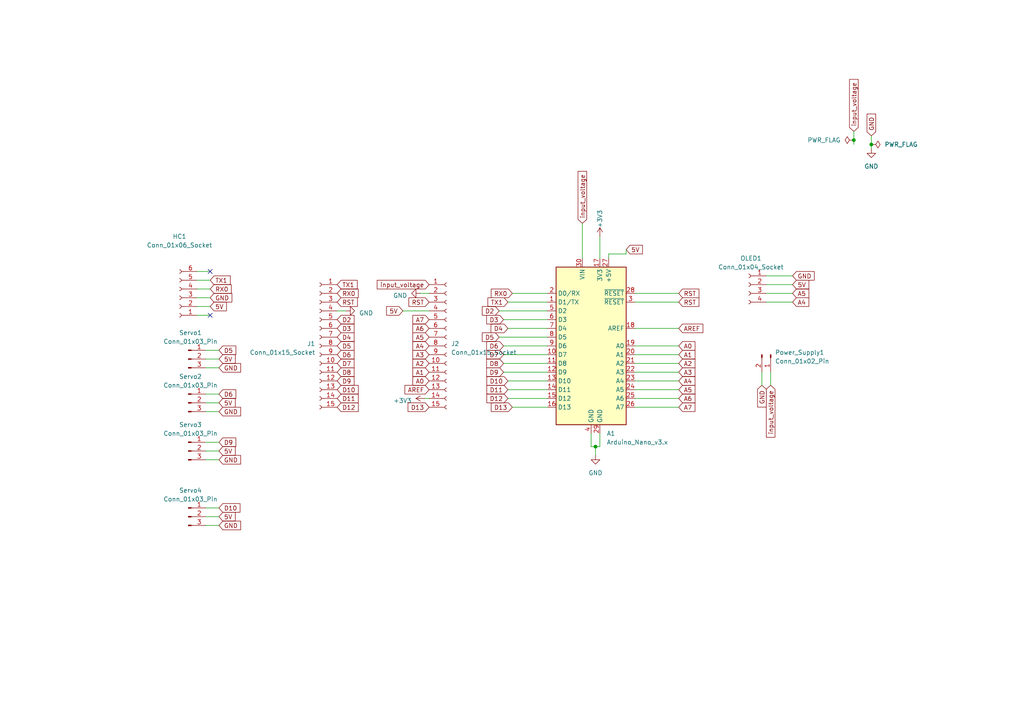
<source format=kicad_sch>
(kicad_sch (version 20230121) (generator eeschema)
  (paper "A4")
  (lib_symbols
    (symbol "Connector:Conn_01x02_Pin" (pin_names (offset 1.016) hide)
      (property "Reference" "J" (at 0 2.54 0))
      (property "Value" "Conn_01x02_Pin" (at 0 -5.08 0))
      (symbol "Conn_01x02_Pin_1_1"
        (polyline (pts (xy 1.27 -2.54) (xy 0.8636 -2.54)) (stroke (width 0.1524)))
        (polyline (pts (xy 1.27 0) (xy 0.8636 0)) (stroke (width 0.1524)))
        (rectangle (start 0.8636 -2.413) (end 0 -2.667) (stroke (width 0.1524)) (fill (type outline)))
        (rectangle (start 0.8636 0.127) (end 0 -0.127) (stroke (width 0.1524)) (fill (type outline)))
        (pin passive line (at 5.08 0 180) (length 3.81) (name "Pin_1") (number "1"))
        (pin passive line (at 5.08 -2.54 180) (length 3.81) (name "Pin_2") (number "2"))
      )
    )
    (symbol "Connector:Conn_01x03_Pin" (pin_names (offset 1.016) hide)
      (property "Reference" "J" (at 0 5.08 0))
      (property "Value" "Conn_01x03_Pin" (at 0 -5.08 0))
      (symbol "Conn_01x03_Pin_1_1"
        (polyline (pts (xy 1.27 -2.54) (xy 0.8636 -2.54)) (stroke (width 0.1524)))
        (polyline (pts (xy 1.27 0) (xy 0.8636 0)) (stroke (width 0.1524)))
        (polyline (pts (xy 1.27 2.54) (xy 0.8636 2.54)) (stroke (width 0.1524)))
        (rectangle (start 0.8636 -2.413) (end 0 -2.667) (stroke (width 0.1524)) (fill (type outline)))
        (rectangle (start 0.8636 0.127) (end 0 -0.127) (stroke (width 0.1524)) (fill (type outline)))
        (rectangle (start 0.8636 2.667) (end 0 2.413) (stroke (width 0.1524)) (fill (type outline)))
        (pin passive line (at 5.08 2.54 180) (length 3.81) (name "Pin_1") (number "1"))
        (pin passive line (at 5.08 0 180) (length 3.81) (name "Pin_2") (number "2"))
        (pin passive line (at 5.08 -2.54 180) (length 3.81) (name "Pin_3") (number "3"))
      )
    )
    (symbol "Connector:Conn_01x04_Socket" (pin_names (offset 1.016) hide)
      (property "Reference" "J" (at 0 5.08 0))
      (property "Value" "Conn_01x04_Socket" (at 0 -7.62 0))
      (symbol "Conn_01x04_Socket_1_1"
        (arc (start 0 -4.572) (mid -0.5058 -5.08) (end 0 -5.588) (stroke (width 0.1524)))
        (arc (start 0 -2.032) (mid -0.5058 -2.54) (end 0 -3.048) (stroke (width 0.1524)))
        (polyline (pts (xy -1.27 -5.08) (xy -0.508 -5.08)) (stroke (width 0.1524)))
        (polyline (pts (xy -1.27 -2.54) (xy -0.508 -2.54)) (stroke (width 0.1524)))
        (polyline (pts (xy -1.27 0) (xy -0.508 0)) (stroke (width 0.1524)))
        (polyline (pts (xy -1.27 2.54) (xy -0.508 2.54)) (stroke (width 0.1524)))
        (arc (start 0 0.508) (mid -0.5058 0) (end 0 -0.508) (stroke (width 0.1524)))
        (arc (start 0 3.048) (mid -0.5058 2.54) (end 0 2.032) (stroke (width 0.1524)))
        (pin passive line (at -5.08 2.54 0) (length 3.81) (name "Pin_1") (number "1"))
        (pin passive line (at -5.08 0 0) (length 3.81) (name "Pin_2") (number "2"))
        (pin passive line (at -5.08 -2.54 0) (length 3.81) (name "Pin_3") (number "3"))
        (pin passive line (at -5.08 -5.08 0) (length 3.81) (name "Pin_4") (number "4"))
      )
    )
    (symbol "Connector:Conn_01x06_Socket" (pin_names (offset 1.016) hide)
      (property "Reference" "J" (at 0 7.62 0))
      (property "Value" "Conn_01x06_Socket" (at 0 -10.16 0))
      (symbol "Conn_01x06_Socket_1_1"
        (arc (start 0 -7.112) (mid -0.5058 -7.62) (end 0 -8.128) (stroke (width 0.1524)))
        (arc (start 0 -4.572) (mid -0.5058 -5.08) (end 0 -5.588) (stroke (width 0.1524)))
        (arc (start 0 -2.032) (mid -0.5058 -2.54) (end 0 -3.048) (stroke (width 0.1524)))
        (polyline (pts (xy -1.27 -7.62) (xy -0.508 -7.62)) (stroke (width 0.1524)))
        (polyline (pts (xy -1.27 -5.08) (xy -0.508 -5.08)) (stroke (width 0.1524)))
        (polyline (pts (xy -1.27 -2.54) (xy -0.508 -2.54)) (stroke (width 0.1524)))
        (polyline (pts (xy -1.27 0) (xy -0.508 0)) (stroke (width 0.1524)))
        (polyline (pts (xy -1.27 2.54) (xy -0.508 2.54)) (stroke (width 0.1524)))
        (polyline (pts (xy -1.27 5.08) (xy -0.508 5.08)) (stroke (width 0.1524)))
        (arc (start 0 0.508) (mid -0.5058 0) (end 0 -0.508) (stroke (width 0.1524)))
        (arc (start 0 3.048) (mid -0.5058 2.54) (end 0 2.032) (stroke (width 0.1524)))
        (arc (start 0 5.588) (mid -0.5058 5.08) (end 0 4.572) (stroke (width 0.1524)))
        (pin passive line (at -5.08 5.08 0) (length 3.81) (name "Pin_1") (number "1"))
        (pin passive line (at -5.08 2.54 0) (length 3.81) (name "Pin_2") (number "2"))
        (pin passive line (at -5.08 0 0) (length 3.81) (name "Pin_3") (number "3"))
        (pin passive line (at -5.08 -2.54 0) (length 3.81) (name "Pin_4") (number "4"))
        (pin passive line (at -5.08 -5.08 0) (length 3.81) (name "Pin_5") (number "5"))
        (pin passive line (at -5.08 -7.62 0) (length 3.81) (name "Pin_6") (number "6"))
      )
    )
    (symbol "Connector:Conn_01x15_Socket" (pin_names (offset 1.016) hide)
      (property "Reference" "J" (at 0 20.32 0))
      (property "Value" "Conn_01x15_Socket" (at 0 -20.32 0))
      (symbol "Conn_01x15_Socket_1_1"
        (arc (start 0 -17.272) (mid -0.5058 -17.78) (end 0 -18.288) (stroke (width 0.1524)))
        (arc (start 0 -14.732) (mid -0.5058 -15.24) (end 0 -15.748) (stroke (width 0.1524)))
        (arc (start 0 -12.192) (mid -0.5058 -12.7) (end 0 -13.208) (stroke (width 0.1524)))
        (arc (start 0 -9.652) (mid -0.5058 -10.16) (end 0 -10.668) (stroke (width 0.1524)))
        (arc (start 0 -7.112) (mid -0.5058 -7.62) (end 0 -8.128) (stroke (width 0.1524)))
        (arc (start 0 -4.572) (mid -0.5058 -5.08) (end 0 -5.588) (stroke (width 0.1524)))
        (arc (start 0 -2.032) (mid -0.5058 -2.54) (end 0 -3.048) (stroke (width 0.1524)))
        (polyline (pts (xy -1.27 -17.78) (xy -0.508 -17.78)) (stroke (width 0.1524)))
        (polyline (pts (xy -1.27 -15.24) (xy -0.508 -15.24)) (stroke (width 0.1524)))
        (polyline (pts (xy -1.27 -12.7) (xy -0.508 -12.7)) (stroke (width 0.1524)))
        (polyline (pts (xy -1.27 -10.16) (xy -0.508 -10.16)) (stroke (width 0.1524)))
        (polyline (pts (xy -1.27 -7.62) (xy -0.508 -7.62)) (stroke (width 0.1524)))
        (polyline (pts (xy -1.27 -5.08) (xy -0.508 -5.08)) (stroke (width 0.1524)))
        (polyline (pts (xy -1.27 -2.54) (xy -0.508 -2.54)) (stroke (width 0.1524)))
        (polyline (pts (xy -1.27 0) (xy -0.508 0)) (stroke (width 0.1524)))
        (polyline (pts (xy -1.27 2.54) (xy -0.508 2.54)) (stroke (width 0.1524)))
        (polyline (pts (xy -1.27 5.08) (xy -0.508 5.08)) (stroke (width 0.1524)))
        (polyline (pts (xy -1.27 7.62) (xy -0.508 7.62)) (stroke (width 0.1524)))
        (polyline (pts (xy -1.27 10.16) (xy -0.508 10.16)) (stroke (width 0.1524)))
        (polyline (pts (xy -1.27 12.7) (xy -0.508 12.7)) (stroke (width 0.1524)))
        (polyline (pts (xy -1.27 15.24) (xy -0.508 15.24)) (stroke (width 0.1524)))
        (polyline (pts (xy -1.27 17.78) (xy -0.508 17.78)) (stroke (width 0.1524)))
        (arc (start 0 0.508) (mid -0.5058 0) (end 0 -0.508) (stroke (width 0.1524)))
        (arc (start 0 3.048) (mid -0.5058 2.54) (end 0 2.032) (stroke (width 0.1524)))
        (arc (start 0 5.588) (mid -0.5058 5.08) (end 0 4.572) (stroke (width 0.1524)))
        (arc (start 0 8.128) (mid -0.5058 7.62) (end 0 7.112) (stroke (width 0.1524)))
        (arc (start 0 10.668) (mid -0.5058 10.16) (end 0 9.652) (stroke (width 0.1524)))
        (arc (start 0 13.208) (mid -0.5058 12.7) (end 0 12.192) (stroke (width 0.1524)))
        (arc (start 0 15.748) (mid -0.5058 15.24) (end 0 14.732) (stroke (width 0.1524)))
        (arc (start 0 18.288) (mid -0.5058 17.78) (end 0 17.272) (stroke (width 0.1524)))
        (pin passive line (at -5.08 17.78 0) (length 3.81) (name "Pin_1") (number "1"))
        (pin passive line (at -5.08 -5.08 0) (length 3.81) (name "Pin_10") (number "10"))
        (pin passive line (at -5.08 -7.62 0) (length 3.81) (name "Pin_11") (number "11"))
        (pin passive line (at -5.08 -10.16 0) (length 3.81) (name "Pin_12") (number "12"))
        (pin passive line (at -5.08 -12.7 0) (length 3.81) (name "Pin_13") (number "13"))
        (pin passive line (at -5.08 -15.24 0) (length 3.81) (name "Pin_14") (number "14"))
        (pin passive line (at -5.08 -17.78 0) (length 3.81) (name "Pin_15") (number "15"))
        (pin passive line (at -5.08 15.24 0) (length 3.81) (name "Pin_2") (number "2"))
        (pin passive line (at -5.08 12.7 0) (length 3.81) (name "Pin_3") (number "3"))
        (pin passive line (at -5.08 10.16 0) (length 3.81) (name "Pin_4") (number "4"))
        (pin passive line (at -5.08 7.62 0) (length 3.81) (name "Pin_5") (number "5"))
        (pin passive line (at -5.08 5.08 0) (length 3.81) (name "Pin_6") (number "6"))
        (pin passive line (at -5.08 2.54 0) (length 3.81) (name "Pin_7") (number "7"))
        (pin passive line (at -5.08 0 0) (length 3.81) (name "Pin_8") (number "8"))
        (pin passive line (at -5.08 -2.54 0) (length 3.81) (name "Pin_9") (number "9"))
      )
    )
    (symbol "MCU_Module:Arduino_Nano_v3.x"
      (property "Reference" "A" (at -10.16 23.495 0))
      (property "Value" "Arduino_Nano_v3.x" (at 5.08 -24.13 0))
      (symbol "Arduino_Nano_v3.x_0_1"
        (rectangle (start -10.16 22.86) (end 10.16 -22.86) (stroke (width 0.254)) (fill (type background)))
      )
      (symbol "Arduino_Nano_v3.x_1_1"
        (pin bidirectional line (at -12.7 12.7 0) (length 2.54) (name "D1/TX") (number "1"))
        (pin bidirectional line (at -12.7 -2.54 0) (length 2.54) (name "D7") (number "10"))
        (pin bidirectional line (at -12.7 -5.08 0) (length 2.54) (name "D8") (number "11"))
        (pin bidirectional line (at -12.7 -7.62 0) (length 2.54) (name "D9") (number "12"))
        (pin bidirectional line (at -12.7 -10.16 0) (length 2.54) (name "D10") (number "13"))
        (pin bidirectional line (at -12.7 -12.7 0) (length 2.54) (name "D11") (number "14"))
        (pin bidirectional line (at -12.7 -15.24 0) (length 2.54) (name "D12") (number "15"))
        (pin bidirectional line (at -12.7 -17.78 0) (length 2.54) (name "D13") (number "16"))
        (pin power_out line (at 2.54 25.4 270) (length 2.54) (name "3V3") (number "17"))
        (pin input line (at 12.7 5.08 180) (length 2.54) (name "AREF") (number "18"))
        (pin bidirectional line (at 12.7 0 180) (length 2.54) (name "A0") (number "19"))
        (pin bidirectional line (at -12.7 15.24 0) (length 2.54) (name "D0/RX") (number "2"))
        (pin bidirectional line (at 12.7 -2.54 180) (length 2.54) (name "A1") (number "20"))
        (pin bidirectional line (at 12.7 -5.08 180) (length 2.54) (name "A2") (number "21"))
        (pin bidirectional line (at 12.7 -7.62 180) (length 2.54) (name "A3") (number "22"))
        (pin bidirectional line (at 12.7 -10.16 180) (length 2.54) (name "A4") (number "23"))
        (pin bidirectional line (at 12.7 -12.7 180) (length 2.54) (name "A5") (number "24"))
        (pin bidirectional line (at 12.7 -15.24 180) (length 2.54) (name "A6") (number "25"))
        (pin bidirectional line (at 12.7 -17.78 180) (length 2.54) (name "A7") (number "26"))
        (pin power_out line (at 5.08 25.4 270) (length 2.54) (name "+5V") (number "27"))
        (pin input line (at 12.7 15.24 180) (length 2.54) (name "~{RESET}") (number "28"))
        (pin power_in line (at 2.54 -25.4 90) (length 2.54) (name "GND") (number "29"))
        (pin input line (at 12.7 12.7 180) (length 2.54) (name "~{RESET}") (number "3"))
        (pin power_in line (at -2.54 25.4 270) (length 2.54) (name "VIN") (number "30"))
        (pin power_in line (at 0 -25.4 90) (length 2.54) (name "GND") (number "4"))
        (pin bidirectional line (at -12.7 10.16 0) (length 2.54) (name "D2") (number "5"))
        (pin bidirectional line (at -12.7 7.62 0) (length 2.54) (name "D3") (number "6"))
        (pin bidirectional line (at -12.7 5.08 0) (length 2.54) (name "D4") (number "7"))
        (pin bidirectional line (at -12.7 2.54 0) (length 2.54) (name "D5") (number "8"))
        (pin bidirectional line (at -12.7 0 0) (length 2.54) (name "D6") (number "9"))
      )
    )
    (symbol "power:+3V3" (power) (pin_names (offset 0))
      (property "Value" "+3V3" (at 0 3.556 0))
      (symbol "+3V3_0_1"
        (polyline (pts (xy -0.762 1.27) (xy 0 2.54)))
        (polyline (pts (xy 0 0) (xy 0 2.54)))
        (polyline (pts (xy 0 2.54) (xy 0.762 1.27)))
      )
      (symbol "+3V3_1_1"
        (pin power_in line (at 0 0 90) (length 0) hide (name "+3V3") (number "1"))
      )
    )
    (symbol "power:GND" (power) (pin_names (offset 0))
      (property "Value" "GND" (at 0 -3.81 0))
      (symbol "GND_0_1"
        (polyline (pts (xy 0 0) (xy 0 -1.27) (xy 1.27 -1.27) (xy 0 -2.54) (xy -1.27 -1.27) (xy 0 -1.27)))
      )
      (symbol "GND_1_1"
        (pin power_in line (at 0 0 270) (length 0) hide (name "GND") (number "1"))
      )
    )
    (symbol "power:PWR_FLAG" (power) (pin_numbers hide) (pin_names (offset 0) hide)
      (property "Value" "PWR_FLAG" (at 0 3.81 0))
      (symbol "PWR_FLAG_0_0"
        (pin power_out line (at 0 0 90) (length 0) (name "pwr") (number "1"))
      )
      (symbol "PWR_FLAG_0_1"
        (polyline (pts (xy 0 0) (xy 0 1.27) (xy -1.016 1.905) (xy 0 2.54) (xy 1.016 1.905) (xy 0 1.27)))
      )
    )
  )
  (junction (at 252.73 41.91))
  (junction (at 172.72 129.54))
  (junction (at 247.65 40.64))
  (no_connect (at 60.96 78.74))
  (no_connect (at 60.96 91.44))
  (wire (pts (xy 222.25 82.55) (xy 229.87 82.55)))
  (wire (pts (xy 171.45 129.54) (xy 172.72 129.54)))
  (wire (pts (xy 196.85 105.41) (xy 184.15 105.41)))
  (wire (pts (xy 147.32 115.57) (xy 158.75 115.57)))
  (wire (pts (xy 173.99 68.58) (xy 173.99 74.93)))
  (wire (pts (xy 146.05 100.33) (xy 158.75 100.33)))
  (wire (pts (xy 59.69 116.84) (xy 63.5 116.84)))
  (wire (pts (xy 59.69 133.35) (xy 63.5 133.35)))
  (wire (pts (xy 172.72 129.54) (xy 172.72 132.08)))
  (wire (pts (xy 252.73 41.91) (xy 252.73 43.18)))
  (wire (pts (xy 59.69 130.81) (xy 63.5 130.81)))
  (wire (pts (xy 196.85 115.57) (xy 184.15 115.57)))
  (wire (pts (xy 176.53 73.66) (xy 181.61 73.66)))
  (wire (pts (xy 147.32 110.49) (xy 158.75 110.49)))
  (wire (pts (xy 59.69 114.3) (xy 63.5 114.3)))
  (wire (pts (xy 146.05 105.41) (xy 158.75 105.41)))
  (wire (pts (xy 222.25 85.09) (xy 229.87 85.09)))
  (wire (pts (xy 196.85 110.49) (xy 184.15 110.49)))
  (wire (pts (xy 196.85 85.09) (xy 184.15 85.09)))
  (wire (pts (xy 196.85 102.87) (xy 184.15 102.87)))
  (wire (pts (xy 59.69 128.27) (xy 63.5 128.27)))
  (wire (pts (xy 247.65 38.1) (xy 247.65 40.64)))
  (wire (pts (xy 57.15 86.36) (xy 60.96 86.36)))
  (wire (pts (xy 196.85 107.95) (xy 184.15 107.95)))
  (wire (pts (xy 147.32 87.63) (xy 158.75 87.63)))
  (wire (pts (xy 121.92 85.09) (xy 124.46 85.09)))
  (wire (pts (xy 146.05 107.95) (xy 158.75 107.95)))
  (wire (pts (xy 146.05 92.71) (xy 158.75 92.71)))
  (wire (pts (xy 123.19 115.57) (xy 124.46 115.57)))
  (wire (pts (xy 59.69 106.68) (xy 63.5 106.68)))
  (wire (pts (xy 176.53 73.66) (xy 176.53 74.93)))
  (wire (pts (xy 220.98 107.95) (xy 220.98 111.76)))
  (wire (pts (xy 59.69 152.4) (xy 63.5 152.4)))
  (wire (pts (xy 247.65 40.64) (xy 247.65 41.91)))
  (wire (pts (xy 222.25 87.63) (xy 229.87 87.63)))
  (wire (pts (xy 222.25 80.01) (xy 229.87 80.01)))
  (wire (pts (xy 196.85 95.25) (xy 184.15 95.25)))
  (wire (pts (xy 196.85 113.03) (xy 184.15 113.03)))
  (wire (pts (xy 171.45 125.73) (xy 171.45 129.54)))
  (wire (pts (xy 59.69 119.38) (xy 63.5 119.38)))
  (wire (pts (xy 196.85 100.33) (xy 184.15 100.33)))
  (wire (pts (xy 57.15 83.82) (xy 60.96 83.82)))
  (wire (pts (xy 57.15 88.9) (xy 60.96 88.9)))
  (wire (pts (xy 147.32 95.25) (xy 158.75 95.25)))
  (wire (pts (xy 146.05 102.87) (xy 158.75 102.87)))
  (wire (pts (xy 144.78 90.17) (xy 158.75 90.17)))
  (wire (pts (xy 223.52 107.95) (xy 223.52 111.76)))
  (wire (pts (xy 147.32 113.03) (xy 158.75 113.03)))
  (wire (pts (xy 59.69 147.32) (xy 63.5 147.32)))
  (wire (pts (xy 57.15 91.44) (xy 60.96 91.44)))
  (wire (pts (xy 59.69 149.86) (xy 63.5 149.86)))
  (wire (pts (xy 100.33 90.17) (xy 97.79 90.17)))
  (wire (pts (xy 172.72 129.54) (xy 173.99 129.54)))
  (wire (pts (xy 252.73 39.37) (xy 252.73 41.91)))
  (wire (pts (xy 168.91 64.77) (xy 168.91 74.93)))
  (wire (pts (xy 196.85 87.63) (xy 184.15 87.63)))
  (wire (pts (xy 181.61 72.39) (xy 181.61 73.66)))
  (wire (pts (xy 173.99 125.73) (xy 173.99 129.54)))
  (wire (pts (xy 59.69 101.6) (xy 63.5 101.6)))
  (wire (pts (xy 57.15 81.28) (xy 60.96 81.28)))
  (wire (pts (xy 57.15 78.74) (xy 60.96 78.74)))
  (wire (pts (xy 148.59 118.11) (xy 158.75 118.11)))
  (wire (pts (xy 144.78 97.79) (xy 158.75 97.79)))
  (wire (pts (xy 116.84 90.17) (xy 124.46 90.17)))
  (wire (pts (xy 59.69 104.14) (xy 63.5 104.14)))
  (wire (pts (xy 148.59 85.09) (xy 158.75 85.09)))
  (wire (pts (xy 196.85 118.11) (xy 184.15 118.11)))
  (global_label "D3" (shape input) (at 146.05 92.71 180) (property "Intersheetrefs" "${INTERSHEET_REFS}" (effects hide)))
  (global_label "A4" (shape input) (at 124.46 100.33 180) (property "Intersheetrefs" "${INTERSHEET_REFS}" (effects hide)))
  (global_label "5V" (shape input) (at 116.84 90.17 180) (property "Intersheetrefs" "${INTERSHEET_REFS}" (effects hide)))
  (global_label "A3" (shape input) (at 196.85 107.95 0) (property "Intersheetrefs" "${INTERSHEET_REFS}" (effects hide)))
  (global_label "D10" (shape input) (at 63.5 147.32 0) (property "Intersheetrefs" "${INTERSHEET_REFS}" (effects hide)))
  (global_label "RX0" (shape input) (at 97.79 85.09 0) (property "Intersheetrefs" "${INTERSHEET_REFS}" (effects hide)))
  (global_label "D5" (shape input) (at 97.79 100.33 0) (property "Intersheetrefs" "${INTERSHEET_REFS}" (effects hide)))
  (global_label "RST" (shape input) (at 196.85 85.09 0) (property "Intersheetrefs" "${INTERSHEET_REFS}" (effects hide)))
  (global_label "A2" (shape input) (at 124.46 105.41 180) (property "Intersheetrefs" "${INTERSHEET_REFS}" (effects hide)))
  (global_label "D10" (shape input) (at 97.79 113.03 0) (property "Intersheetrefs" "${INTERSHEET_REFS}" (effects hide)))
  (global_label "D2" (shape input) (at 144.78 90.17 180) (property "Intersheetrefs" "${INTERSHEET_REFS}" (effects hide)))
  (global_label "input_voltage" (shape input) (at 223.52 111.76 270) (property "Intersheetrefs" "${INTERSHEET_REFS}" (effects hide)))
  (global_label "GND" (shape input) (at 63.5 119.38 0) (property "Intersheetrefs" "${INTERSHEET_REFS}" (effects hide)))
  (global_label "D11" (shape input) (at 147.32 113.03 180) (property "Intersheetrefs" "${INTERSHEET_REFS}" (effects hide)))
  (global_label "TX1" (shape input) (at 97.79 82.55 0) (property "Intersheetrefs" "${INTERSHEET_REFS}" (effects hide)))
  (global_label "D12" (shape input) (at 147.32 115.57 180) (property "Intersheetrefs" "${INTERSHEET_REFS}" (effects hide)))
  (global_label "A6" (shape input) (at 196.85 115.57 0) (property "Intersheetrefs" "${INTERSHEET_REFS}" (effects hide)))
  (global_label "RX0" (shape input) (at 60.96 83.82 0) (property "Intersheetrefs" "${INTERSHEET_REFS}" (effects hide)))
  (global_label "5V" (shape input) (at 63.5 116.84 0) (property "Intersheetrefs" "${INTERSHEET_REFS}" (effects hide)))
  (global_label "D4" (shape input) (at 97.79 97.79 0) (property "Intersheetrefs" "${INTERSHEET_REFS}" (effects hide)))
  (global_label "GND" (shape input) (at 220.98 111.76 270) (property "Intersheetrefs" "${INTERSHEET_REFS}" (effects hide)))
  (global_label "A7" (shape input) (at 196.85 118.11 0) (property "Intersheetrefs" "${INTERSHEET_REFS}" (effects hide)))
  (global_label "A5" (shape input) (at 196.85 113.03 0) (property "Intersheetrefs" "${INTERSHEET_REFS}" (effects hide)))
  (global_label "D4" (shape input) (at 147.32 95.25 180) (property "Intersheetrefs" "${INTERSHEET_REFS}" (effects hide)))
  (global_label "A5" (shape input) (at 124.46 97.79 180) (property "Intersheetrefs" "${INTERSHEET_REFS}" (effects hide)))
  (global_label "A0" (shape input) (at 124.46 110.49 180) (property "Intersheetrefs" "${INTERSHEET_REFS}" (effects hide)))
  (global_label "D8" (shape input) (at 146.05 105.41 180) (property "Intersheetrefs" "${INTERSHEET_REFS}" (effects hide)))
  (global_label "D2" (shape input) (at 97.79 92.71 0) (property "Intersheetrefs" "${INTERSHEET_REFS}" (effects hide)))
  (global_label "D9" (shape input) (at 63.5 128.27 0) (property "Intersheetrefs" "${INTERSHEET_REFS}" (effects hide)))
  (global_label "GND" (shape input) (at 63.5 133.35 0) (property "Intersheetrefs" "${INTERSHEET_REFS}" (effects hide)))
  (global_label "A1" (shape input) (at 196.85 102.87 0) (property "Intersheetrefs" "${INTERSHEET_REFS}" (effects hide)))
  (global_label "D13" (shape input) (at 148.59 118.11 180) (property "Intersheetrefs" "${INTERSHEET_REFS}" (effects hide)))
  (global_label "A0" (shape input) (at 196.85 100.33 0) (property "Intersheetrefs" "${INTERSHEET_REFS}" (effects hide)))
  (global_label "D7" (shape input) (at 146.05 102.87 180) (property "Intersheetrefs" "${INTERSHEET_REFS}" (effects hide)))
  (global_label "A4" (shape input) (at 196.85 110.49 0) (property "Intersheetrefs" "${INTERSHEET_REFS}" (effects hide)))
  (global_label "D5" (shape input) (at 144.78 97.79 180) (property "Intersheetrefs" "${INTERSHEET_REFS}" (effects hide)))
  (global_label "D6" (shape input) (at 146.05 100.33 180) (property "Intersheetrefs" "${INTERSHEET_REFS}" (effects hide)))
  (global_label "D3" (shape input) (at 97.79 95.25 0) (property "Intersheetrefs" "${INTERSHEET_REFS}" (effects hide)))
  (global_label "D9" (shape input) (at 97.79 110.49 0) (property "Intersheetrefs" "${INTERSHEET_REFS}" (effects hide)))
  (global_label "A2" (shape input) (at 196.85 105.41 0) (property "Intersheetrefs" "${INTERSHEET_REFS}" (effects hide)))
  (global_label "input_voltage" (shape input) (at 168.91 64.77 90) (property "Intersheetrefs" "${INTERSHEET_REFS}" (effects hide)))
  (global_label "5V" (shape input) (at 63.5 130.81 0) (property "Intersheetrefs" "${INTERSHEET_REFS}" (effects hide)))
  (global_label "AREF" (shape input) (at 124.46 113.03 180) (property "Intersheetrefs" "${INTERSHEET_REFS}" (effects hide)))
  (global_label "D11" (shape input) (at 97.79 115.57 0) (property "Intersheetrefs" "${INTERSHEET_REFS}" (effects hide)))
  (global_label "D6" (shape input) (at 97.79 102.87 0) (property "Intersheetrefs" "${INTERSHEET_REFS}" (effects hide)))
  (global_label "GND" (shape input) (at 229.87 80.01 0) (property "Intersheetrefs" "${INTERSHEET_REFS}" (effects hide)))
  (global_label "AREF" (shape input) (at 196.85 95.25 0) (property "Intersheetrefs" "${INTERSHEET_REFS}" (effects hide)))
  (global_label "5V" (shape input) (at 63.5 149.86 0) (property "Intersheetrefs" "${INTERSHEET_REFS}" (effects hide)))
  (global_label "D12" (shape input) (at 97.79 118.11 0) (property "Intersheetrefs" "${INTERSHEET_REFS}" (effects hide)))
  (global_label "GND" (shape input) (at 60.96 86.36 0) (property "Intersheetrefs" "${INTERSHEET_REFS}" (effects hide)))
  (global_label "RX0" (shape input) (at 148.59 85.09 180) (property "Intersheetrefs" "${INTERSHEET_REFS}" (effects hide)))
  (global_label "A4" (shape input) (at 229.87 87.63 0) (property "Intersheetrefs" "${INTERSHEET_REFS}" (effects hide)))
  (global_label "5V" (shape input) (at 63.5 104.14 0) (property "Intersheetrefs" "${INTERSHEET_REFS}" (effects hide)))
  (global_label "A7" (shape input) (at 124.46 92.71 180) (property "Intersheetrefs" "${INTERSHEET_REFS}" (effects hide)))
  (global_label "5V" (shape input) (at 229.87 82.55 0) (property "Intersheetrefs" "${INTERSHEET_REFS}" (effects hide)))
  (global_label "D5" (shape input) (at 63.5 101.6 0) (property "Intersheetrefs" "${INTERSHEET_REFS}" (effects hide)))
  (global_label "D7" (shape input) (at 97.79 105.41 0) (property "Intersheetrefs" "${INTERSHEET_REFS}" (effects hide)))
  (global_label "5V" (shape input) (at 60.96 88.9 0) (property "Intersheetrefs" "${INTERSHEET_REFS}" (effects hide)))
  (global_label "TX1" (shape input) (at 60.96 81.28 0) (property "Intersheetrefs" "${INTERSHEET_REFS}" (effects hide)))
  (global_label "A6" (shape input) (at 124.46 95.25 180) (property "Intersheetrefs" "${INTERSHEET_REFS}" (effects hide)))
  (global_label "D8" (shape input) (at 97.79 107.95 0) (property "Intersheetrefs" "${INTERSHEET_REFS}" (effects hide)))
  (global_label "input_voltage" (shape input) (at 247.65 38.1 90) (property "Intersheetrefs" "${INTERSHEET_REFS}" (effects hide)))
  (global_label "input_voltage" (shape input) (at 124.46 82.55 180) (property "Intersheetrefs" "${INTERSHEET_REFS}" (effects hide)))
  (global_label "D6" (shape input) (at 63.5 114.3 0) (property "Intersheetrefs" "${INTERSHEET_REFS}" (effects hide)))
  (global_label "D10" (shape input) (at 147.32 110.49 180) (property "Intersheetrefs" "${INTERSHEET_REFS}" (effects hide)))
  (global_label "D13" (shape input) (at 124.46 118.11 180) (property "Intersheetrefs" "${INTERSHEET_REFS}" (effects hide)))
  (global_label "A1" (shape input) (at 124.46 107.95 180) (property "Intersheetrefs" "${INTERSHEET_REFS}" (effects hide)))
  (global_label "RST" (shape input) (at 97.79 87.63 0) (property "Intersheetrefs" "${INTERSHEET_REFS}" (effects hide)))
  (global_label "RST" (shape input) (at 124.46 87.63 180) (property "Intersheetrefs" "${INTERSHEET_REFS}" (effects hide)))
  (global_label "GND" (shape input) (at 63.5 106.68 0) (property "Intersheetrefs" "${INTERSHEET_REFS}" (effects hide)))
  (global_label "TX1" (shape input) (at 147.32 87.63 180) (property "Intersheetrefs" "${INTERSHEET_REFS}" (effects hide)))
  (global_label "GND" (shape input) (at 252.73 39.37 90) (property "Intersheetrefs" "${INTERSHEET_REFS}" (effects hide)))
  (global_label "5V" (shape input) (at 181.61 72.39 0) (property "Intersheetrefs" "${INTERSHEET_REFS}" (effects hide)))
  (global_label "A5" (shape input) (at 229.87 85.09 0) (property "Intersheetrefs" "${INTERSHEET_REFS}" (effects hide)))
  (global_label "RST" (shape input) (at 196.85 87.63 0) (property "Intersheetrefs" "${INTERSHEET_REFS}" (effects hide)))
  (global_label "D9" (shape input) (at 146.05 107.95 180) (property "Intersheetrefs" "${INTERSHEET_REFS}" (effects hide)))
  (global_label "A3" (shape input) (at 124.46 102.87 180) (property "Intersheetrefs" "${INTERSHEET_REFS}" (effects hide)))
  (global_label "GND" (shape input) (at 63.5 152.4 0) (property "Intersheetrefs" "${INTERSHEET_REFS}" (effects hide)))
  (symbol (lib_id "power:GND") (at 172.72 132.08 0) (unit 1)
    (property "Reference" "#PWR05" (effects hide))
    (property "Value" "GND" (at 172.72 137.16 0))
  )
  (symbol (lib_id "Connector:Conn_01x04_Socket") (at 217.17 82.55 0) (mirror y) (unit 1)
    (property "Reference" "OLED1" (at 217.805 74.93 0))
    (property "Value" "Conn_01x04_Socket" (at 217.805 77.47 0))
    (property "Footprint" "Connector_PinSocket_2.54mm:PinSocket_1x04_P2.54mm_Vertical" (effects hide))
  )
  (symbol (lib_id "power:GND") (at 100.33 90.17 90) (unit 1)
    (property "Reference" "#PWR01" (effects hide))
    (property "Value" "GND" (at 104.14 90.805 90) (effects (justify right)))
  )
  (symbol (lib_id "Connector:Conn_01x03_Pin") (at 54.61 130.81 0) (unit 1)
    (property "Reference" "Servo3" (at 55.245 123.19 0))
    (property "Value" "Conn_01x03_Pin" (at 55.245 125.73 0))
    (property "Footprint" "Connector_PinHeader_2.54mm:PinHeader_1x03_P2.54mm_Vertical" (effects hide))
  )
  (symbol (lib_id "Connector:Conn_01x06_Socket") (at 52.07 86.36 180) (unit 1)
    (property "Reference" "HC1" (at 52.07 68.58 0))
    (property "Value" "Conn_01x06_Socket" (at 52.07 71.12 0))
    (property "Footprint" "Connector_PinSocket_2.54mm:PinSocket_1x06_P2.54mm_Vertical" (effects hide))
  )
  (symbol (lib_id "Connector:Conn_01x03_Pin") (at 54.61 116.84 0) (unit 1)
    (property "Reference" "Servo2" (at 55.245 109.22 0))
    (property "Value" "Conn_01x03_Pin" (at 55.245 111.76 0))
    (property "Footprint" "Connector_PinHeader_2.54mm:PinHeader_1x03_P2.54mm_Vertical" (effects hide))
  )
  (symbol (lib_id "Connector:Conn_01x03_Pin") (at 54.61 104.14 0) (unit 1)
    (property "Reference" "Servo1" (at 55.245 96.52 0))
    (property "Value" "Conn_01x03_Pin" (at 55.245 99.06 0))
    (property "Footprint" "Connector_PinHeader_2.54mm:PinHeader_1x03_P2.54mm_Vertical" (effects hide))
  )
  (symbol (lib_id "Connector:Conn_01x15_Socket") (at 92.71 100.33 0) (mirror y) (unit 1)
    (property "Reference" "J1" (at 91.44 99.695 0) (effects (justify left)))
    (property "Value" "Conn_01x15_Socket" (at 91.44 102.235 0) (effects (justify left)))
    (property "Footprint" "Connector_PinSocket_2.54mm:PinSocket_1x15_P2.54mm_Vertical" (effects hide))
  )
  (symbol (lib_id "power:GND") (at 121.92 85.09 270) (unit 1)
    (property "Reference" "#PWR02" (effects hide))
    (property "Value" "GND" (at 118.11 85.725 90) (effects (justify right)))
  )
  (symbol (lib_id "Connector:Conn_01x02_Pin") (at 223.52 102.87 270) (unit 1)
    (property "Reference" "Power_Supply1" (at 224.79 102.235 90) (effects (justify left)))
    (property "Value" "Conn_01x02_Pin" (at 224.79 104.775 90) (effects (justify left)))
    (property "Footprint" "Connector_PinSocket_2.54mm:PinSocket_1x02_P2.54mm_Vertical" (effects hide))
  )
  (symbol (lib_id "power:+3V3") (at 173.99 68.58 0) (unit 1)
    (property "Reference" "#PWR06" (effects hide))
    (property "Value" "+3V3" (at 173.99 63.5 90))
  )
  (symbol (lib_id "power:PWR_FLAG") (at 252.73 41.91 270) (unit 1)
    (property "Reference" "#FLG02" (effects hide))
    (property "Value" "PWR_FLAG" (at 256.54 41.91 90) (effects (justify left)))
  )
  (symbol (lib_id "power:PWR_FLAG") (at 247.65 40.64 90) (unit 1)
    (property "Reference" "#FLG01" (effects hide))
    (property "Value" "PWR_FLAG" (at 243.84 40.64 90) (effects (justify left)))
  )
  (symbol (lib_id "Connector:Conn_01x03_Pin") (at 54.61 149.86 0) (unit 1)
    (property "Reference" "Servo4" (at 55.245 142.24 0))
    (property "Value" "Conn_01x03_Pin" (at 55.245 144.78 0))
    (property "Footprint" "Connector_PinHeader_2.54mm:PinHeader_1x03_P2.54mm_Vertical" (effects hide))
  )
  (symbol (lib_id "MCU_Module:Arduino_Nano_v3.x") (at 171.45 100.33 0) (unit 1)
    (property "Reference" "A1" (at 175.9459 125.73 0) (effects (justify left)))
    (property "Value" "Arduino_Nano_v3.x" (at 175.9459 128.27 0) (effects (justify left)))
    (property "Footprint" "Module:Arduino_Nano_WithMountingHoles" (effects hide))
    (property "Datasheet" "http://www.mouser.com/pdfdocs/Gravitech_Arduino_Nano3_0.pdf" (effects hide))
  )
  (symbol (lib_id "Connector:Conn_01x15_Socket") (at 129.54 100.33 0) (unit 1)
    (property "Reference" "J2" (at 130.81 99.695 0) (effects (justify left)))
    (property "Value" "Conn_01x15_Socket" (at 130.81 102.235 0) (effects (justify left)))
    (property "Footprint" "Connector_PinSocket_2.54mm:PinSocket_1x15_P2.54mm_Vertical" (effects hide))
  )
  (symbol (lib_id "power:GND") (at 252.73 43.18 0) (unit 1)
    (property "Reference" "#PWR08" (effects hide))
    (property "Value" "GND" (at 252.73 48.26 0))
  )
  (symbol (lib_id "power:+3V3") (at 123.19 115.57 90) (unit 1)
    (property "Reference" "#PWR04" (effects hide))
    (property "Value" "+3V3" (at 119.38 116.205 90) (effects (justify left)))
  )
)
</source>
